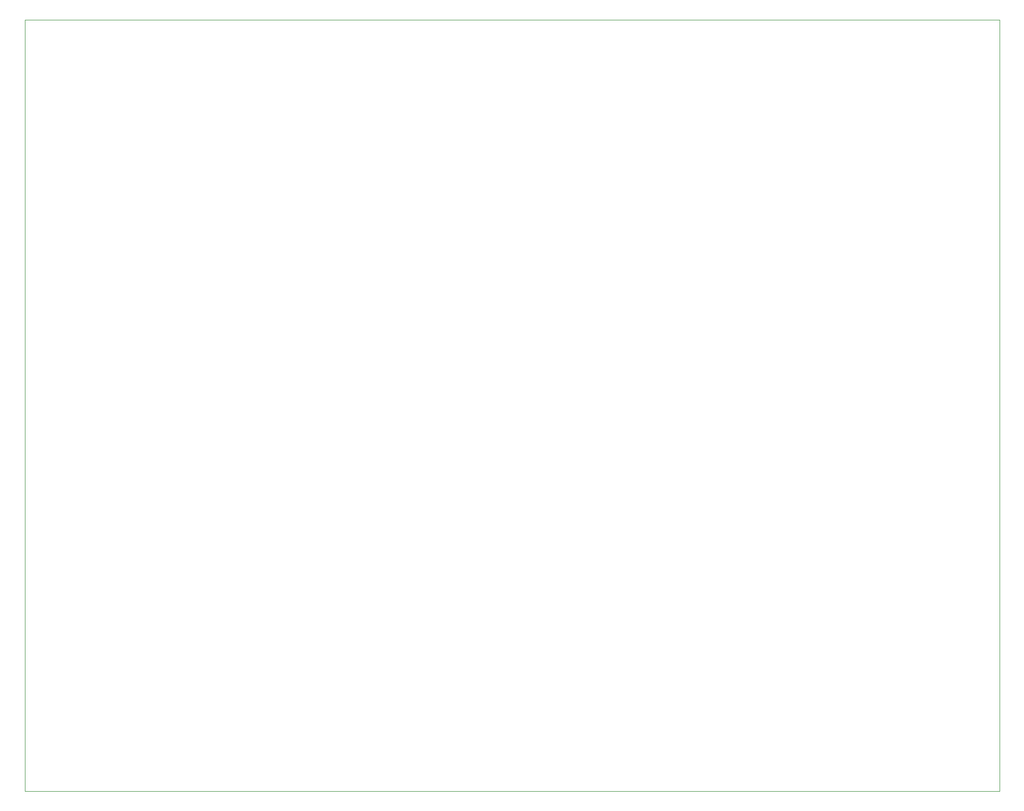
<source format=gbr>
%TF.GenerationSoftware,KiCad,Pcbnew,8.0.1*%
%TF.CreationDate,2024-04-30T18:25:33+02:00*%
%TF.ProjectId,Simple panel,53696d70-6c65-4207-9061-6e656c2e6b69,rev?*%
%TF.SameCoordinates,Original*%
%TF.FileFunction,Profile,NP*%
%FSLAX46Y46*%
G04 Gerber Fmt 4.6, Leading zero omitted, Abs format (unit mm)*
G04 Created by KiCad (PCBNEW 8.0.1) date 2024-04-30 18:25:33*
%MOMM*%
%LPD*%
G01*
G04 APERTURE LIST*
%TA.AperFunction,Profile*%
%ADD10C,0.100000*%
%TD*%
G04 APERTURE END LIST*
D10*
X42187399Y-29323600D02*
X204447399Y-29323600D01*
X204447399Y-157823600D01*
X42187399Y-157823600D01*
X42187399Y-29323600D01*
M02*

</source>
